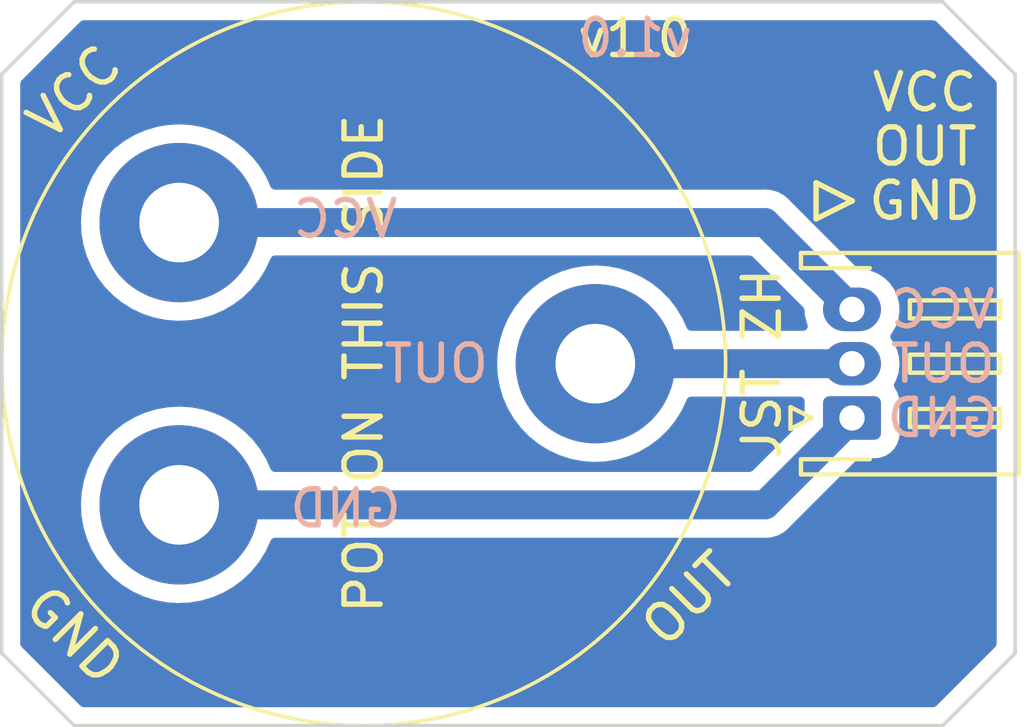
<source format=kicad_pcb>
(kicad_pcb (version 20211014) (generator pcbnew)
  (layers (0 "F.Cu" signal) (31 "B.Cu" signal) (34 "B.Paste" user) (35 "F.Paste" user) (36 "B.SilkS" user "B.Silkscreen") (37 "F.SilkS" user "F.Silkscreen") (38 "B.Mask" user) (44 "Edge.Cuts" user))
  (net 0 "")
  (net 1 "VCC")
  (net 2 "OUT")
  (net 3 "GND")
  (footprint "MountingHole:MountingHole_2.2mm_M2_Pad_TopBottom" (layer "F.Cu") (at 134.9 81.1)
    (fp_text reference "H1" hide)
    (fp_text value "2.2mm")
    (pad "1" thru_hole circle locked (at 0 0) (size 2.6 2.6) (drill 2.2) (layers *.Cu *.Mask) (net 1 "VCC"))
    (pad "1" connect circle locked (at 0 0) (size 4.4 4.4) (layers "B.Cu" "B.Mask") (net 1 "VCC"))
    (pad "1" connect circle locked (at 0 0) (size 4.4 4.4) (layers "F.Cu" "F.Mask") (net 1 "VCC"))
  )
  (footprint "MountingHole:MountingHole_2.2mm_M2_Pad_TopBottom" (layer "F.Cu") (at 134.9 88.9)
    (fp_text reference "H3" hide)
    (fp_text value "2.2mm")
    (pad "1" connect circle locked (at 0 0) (size 4.4 4.4) (layers "B.Cu" "B.Mask") (net 3 "GND"))
    (pad "1" thru_hole circle locked (at 0 0) (size 2.6 2.6) (drill 2.2) (layers *.Cu *.Mask) (net 3 "GND"))
    (pad "1" connect circle locked (at 0 0) (size 4.4 4.4) (layers "F.Cu" "F.Mask") (net 3 "GND"))
  )
  (footprint "local-footprints:JST_ZH_S3B-ZR_1x03_P1.50mm_Horizontal" (layer "F.Cu") (at 153.4925 86.5 90)
    (fp_text reference "J1" hide)
    (fp_text value "S3B-ZR")
    (fp_line (start 0.25 1.6) (end -0.25 1.6) (layer "F.SilkS") (width 0.12))
    (fp_line (start 2.75 1.6) (end 2.75 4.1) (layer "F.SilkS") (width 0.12))
    (fp_line (start 4.56 -1.41) (end 4.14 -1.41) (layer "F.SilkS") (width 0.12))
    (fp_line (start 1.75 1.6) (end 1.25 1.6) (layer "F.SilkS") (width 0.12))
    (fp_line (start 4.56 4.61) (end -1.56 4.61) (layer "F.SilkS") (width 0.12))
    (fp_line (start 0.25 4.1) (end 0.25 1.6) (layer "F.SilkS") (width 0.12))
    (fp_line (start -1.14 -1.41) (end -1.14 0.49) (layer "F.SilkS") (width 0.12))
    (fp_line (start -1.56 4.61) (end -1.56 -1.41) (layer "F.SilkS") (width 0.12))
    (fp_line (start 2.75 4.1) (end 3.25 4.1) (layer "F.SilkS") (width 0.12))
    (fp_line (start 0 -1.1) (end -0.3 -1.7) (layer "F.SilkS") (width 0.12))
    (fp_line (start -0.3 -1.7) (end 0.3 -1.7) (layer "F.SilkS") (width 0.12))
    (fp_line (start -0.25 1.6) (end -0.25 4.1) (layer "F.SilkS") (width 0.12))
    (fp_line (start 1.25 1.6) (end 1.25 4.1) (layer "F.SilkS") (width 0.12))
    (fp_line (start 3.25 4.1) (end 3.25 1.6) (layer "F.SilkS") (width 0.12))
    (fp_line (start 4.14 -1.41) (end 4.14 0.49) (layer "F.SilkS") (width 0.12))
    (fp_line (start 1.25 4.1) (end 1.75 4.1) (layer "F.SilkS") (width 0.12))
    (fp_line (start 4.56 4.61) (end 4.56 -1.41) (layer "F.SilkS") (width 0.12))
    (fp_line (start 1.75 4.1) (end 1.75 1.6) (layer "F.SilkS") (width 0.12))
    (fp_line (start 0.3 -1.7) (end 0 -1.1) (layer "F.SilkS") (width 0.12))
    (fp_line (start -0.25 4.1) (end 0.25 4.1) (layer "F.SilkS") (width 0.12))
    (fp_line (start -1.56 -1.41) (end -1.14 -1.41) (layer "F.SilkS") (width 0.12))
    (fp_line (start 3.25 1.6) (end 2.75 1.6) (layer "F.SilkS") (width 0.12))
    (pad "1" thru_hole roundrect (at 0 0 90) (size 1.2 1.6) (drill 0.7) (layers *.Cu *.Mask) (roundrect_rratio 0.1470591667) (net 3 "GND"))
    (pad "2" thru_hole oval (at 1.5 0 90) (size 1.2 1.6) (drill 0.7) (layers *.Cu *.Mask) (net 2 "OUT"))
    (pad "3" thru_hole oval (at 3 0 90) (size 1.2 1.6) (drill 0.7) (layers *.Cu *.Mask) (net 1 "VCC"))
  )
  (footprint "MountingHole:MountingHole_2.2mm_M2_Pad_TopBottom" (layer "F.Cu") (at 146.4 85)
    (fp_text reference "H2" hide)
    (fp_text value "2.2mm")
    (pad "1" thru_hole circle locked (at 0 0) (size 2.6 2.6) (drill 2.2) (layers *.Cu *.Mask) (net 2 "OUT"))
    (pad "1" connect circle locked (at 0 0) (size 4.4 4.4) (layers "B.Cu" "B.Mask") (net 2 "OUT"))
    (pad "1" connect circle locked (at 0 0) (size 4.4 4.4) (layers "F.Cu" "F.Mask") (net 2 "OUT"))
  )
  (gr_line (start 152.5 81) (end 153.5 80.5) (layer "F.SilkS") (width 0.15))
  (gr_circle (center 140 85) (end 131.339746 90) (layer "F.SilkS") (width 0.1) (fill none))
  (gr_line (start 152.5 80) (end 152.5 81) (layer "F.SilkS") (width 0.15))
  (gr_line (start 153.5 80.5) (end 152.5 80) (layer "F.SilkS") (width 0.15))
  (gr_line (start 132 95) (end 156 95) (layer "Edge.Cuts") (width 0.1))
  (gr_line (start 156 75) (end 132 75) (layer "Edge.Cuts") (width 0.1))
  (gr_line (start 158 93) (end 158 77) (layer "Edge.Cuts") (width 0.1))
  (gr_line (start 130 77) (end 132 75) (layer "Edge.Cuts") (width 0.1))
  (gr_line (start 158 93) (end 156 95) (layer "Edge.Cuts") (width 0.1))
  (gr_line (start 130 93) (end 132 95) (layer "Edge.Cuts") (width 0.1))
  (gr_line (start 130 77) (end 130 93) (layer "Edge.Cuts") (width 0.1))
  (gr_line (start 156 75) (end 158 77) (layer "Edge.Cuts") (width 0.1))
  (gr_text "GND" (at 156 86.5) (layer "B.SilkS") (effects (font (size 1 1)) (justify mirror)))
  (gr_text "VCC" (at 139.5 81) (layer "B.SilkS") (effects (font (size 1 1)) (justify mirror)))
  (gr_text "GND" (at 139.5 89) (layer "B.SilkS") (effects (font (size 1 1)) (justify mirror)))
  (gr_text "VCC" (at 156 83.5) (layer "B.SilkS") (effects (font (size 1 1)) (justify mirror)))
  (gr_text "OUT" (at 142 85) (layer "B.SilkS") (effects (font (size 1 1)) (justify mirror)))
  (gr_text "v1.0" (at 147.5 76) (layer "B.SilkS") (effects (font (size 1 1)) (justify mirror)))
  (gr_text "OUT" (at 156 85) (layer "B.SilkS") (effects (font (size 1 1)) (justify mirror)))
  (gr_text "GND" (at 132 92.5 -45) (layer "F.SilkS") (effects (font (size 1 1))))
  (gr_text "GND" (at 155.5 80.5) (layer "F.SilkS") (effects (font (size 1 1))))
  (gr_text "v1.0" (at 147.5 76) (layer "F.SilkS") (effects (font (size 1 1))))
  (gr_text "OUT" (at 149 91.5 45) (layer "F.SilkS") (effects (font (size 1 1))))
  (gr_text "VCC" (at 132 77.5 45) (layer "F.SilkS") (effects (font (size 1 1))))
  (gr_text "POT ON THIS SIDE" (at 140 85 90) (layer "F.SilkS") (effects (font (size 1 1))))
  (gr_text "VCC" (at 155.5 77.5) (layer "F.SilkS") (effects (font (size 1 1))))
  (gr_text "OUT" (at 155.5 79) (layer "F.SilkS") (effects (font (size 1 1))))
  (gr_text "JST ZH" (at 151 85 90) (layer "F.SilkS") (effects (font (size 1 1))))
  (segment (start 151.0925 81.1) (end 153.4925 83.5) (width 0.8) (layer "B.Cu") (net 1))
  (segment (start 134.9 81.1) (end 151.0925 81.1) (width 0.8) (layer "B.Cu") (net 1))
  (segment (start 153.4925 85) (end 146.4 85) (width 0.8) (layer "B.Cu") (net 2))
  (segment (start 151.0925 88.9) (end 153.4925 86.5) (width 0.8) (layer "B.Cu") (net 3))
  (segment (start 134.9 88.9) (end 151.0925 88.9) (width 0.8) (layer "B.Cu") (net 3))
  (zone (net 0) (net_name "") (layer "B.Cu") (connect_pads (clearance 0.508)) (min_thickness 0.254) (fill yes (thermal_gap 0.508) (thermal_bridge_width 0.508))
    (polygon (pts (xy 158 77) (xy 158 93) (xy 156 95) (xy 132 95) (xy 130 93) (xy 130 77) (xy 132 75) (xy 156 75)))
  )
)
</source>
